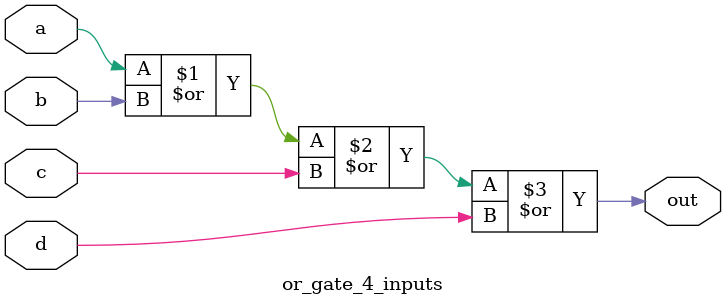
<source format=sv>
`timescale 1ps/1ps

module or_gate_4_inputs(a, b, c, d, out);
	input logic a, b, c, d;
	output logic out;
	assign #50 out = a|b|c|d;
endmodule 
</source>
